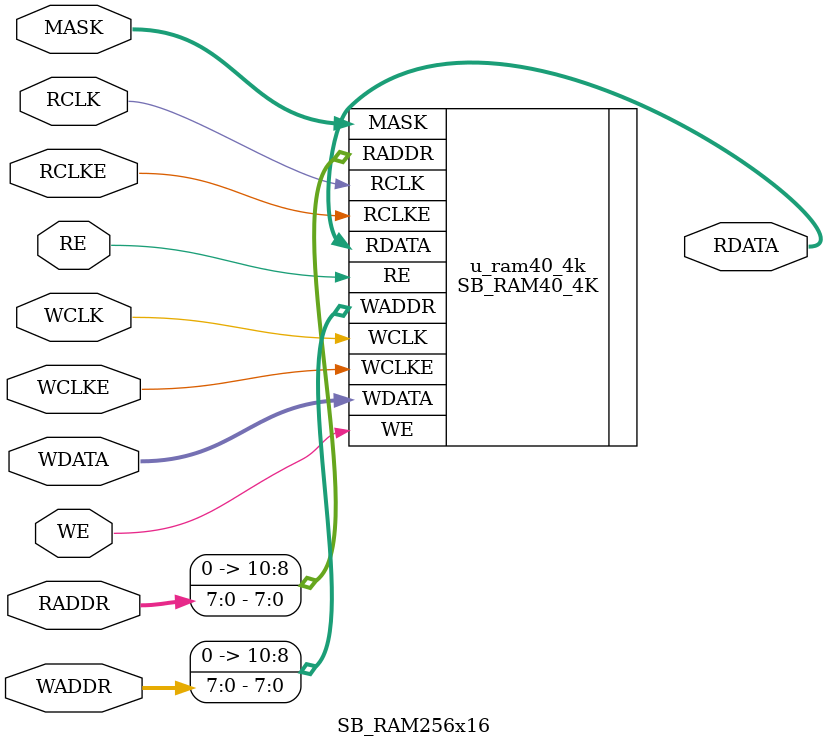
<source format=v>


module SB_RAM256x16
  #(parameter INIT_0 = 256'h0000000000000000000000000000000000000000000000000000000000000000,
    parameter INIT_1 = 256'h0000000000000000000000000000000000000000000000000000000000000000,
    parameter INIT_2 = 256'h0000000000000000000000000000000000000000000000000000000000000000,
    parameter INIT_3 = 256'h0000000000000000000000000000000000000000000000000000000000000000,
    parameter INIT_4 = 256'h0000000000000000000000000000000000000000000000000000000000000000,
    parameter INIT_5 = 256'h0000000000000000000000000000000000000000000000000000000000000000,
    parameter INIT_6 = 256'h0000000000000000000000000000000000000000000000000000000000000000,
    parameter INIT_7 = 256'h0000000000000000000000000000000000000000000000000000000000000000,
    parameter INIT_8 = 256'h0000000000000000000000000000000000000000000000000000000000000000,
    parameter INIT_9 = 256'h0000000000000000000000000000000000000000000000000000000000000000,
    parameter INIT_A = 256'h0000000000000000000000000000000000000000000000000000000000000000,
    parameter INIT_B = 256'h0000000000000000000000000000000000000000000000000000000000000000,
    parameter INIT_C = 256'h0000000000000000000000000000000000000000000000000000000000000000,
    parameter INIT_D = 256'h0000000000000000000000000000000000000000000000000000000000000000,
    parameter INIT_E = 256'h0000000000000000000000000000000000000000000000000000000000000000,
    parameter INIT_F = 256'h0000000000000000000000000000000000000000000000000000000000000000)
   (
    output [15:0] RDATA,
    input         RCLK,
    input         RCLKE,
    input         RE,
    input [7:0]   RADDR,
    input         WCLK,
    input         WCLKE,
    input         WE,
    input [7:0]   WADDR,
    input [15:0]  MASK,
    input [15:0]  WDATA
    );

   SB_RAM40_4K #(.INIT_0(INIT_0),
                 .INIT_1(INIT_1),
                 .INIT_2(INIT_2),
                 .INIT_3(INIT_3),
                 .INIT_4(INIT_4),
                 .INIT_5(INIT_5),
                 .INIT_6(INIT_6),
                 .INIT_7(INIT_7),
                 .INIT_8(INIT_8),
                 .INIT_9(INIT_9),
                 .INIT_A(INIT_A),
                 .INIT_B(INIT_B),
                 .INIT_C(INIT_C),
                 .INIT_D(INIT_D),
                 .INIT_E(INIT_E),
                 .INIT_F(INIT_F))
   u_ram40_4k (.RDATA(RDATA),
               .RADDR({3'b0, RADDR}),
               .RCLK(RCLK),
               .RCLKE(RCLKE),
               .RE(RE),
               .WADDR({3'b0, WADDR}),
               .WCLK(WCLK),
               .WCLKE(WCLKE),
               .WDATA(WDATA),
               .WE(WE),
               .MASK(MASK));
endmodule

</source>
